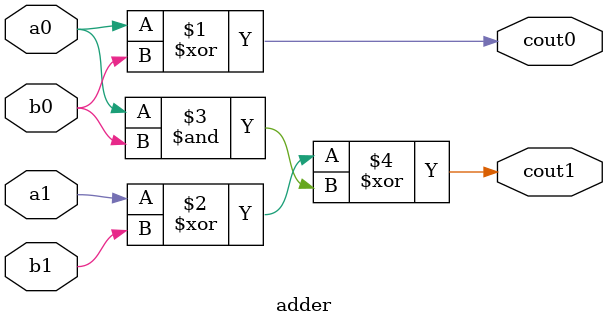
<source format=v>
module adder(a0, a1, b0, b1,
	         cout0, cout1);
	input a0, a1, b0, b1;
	output cout0, cout1;

 	assign cout0 = a0 ^ b0;
	assign cout1 = (a1 ^ b1) ^ (a0 & b0);

endmodule

</source>
